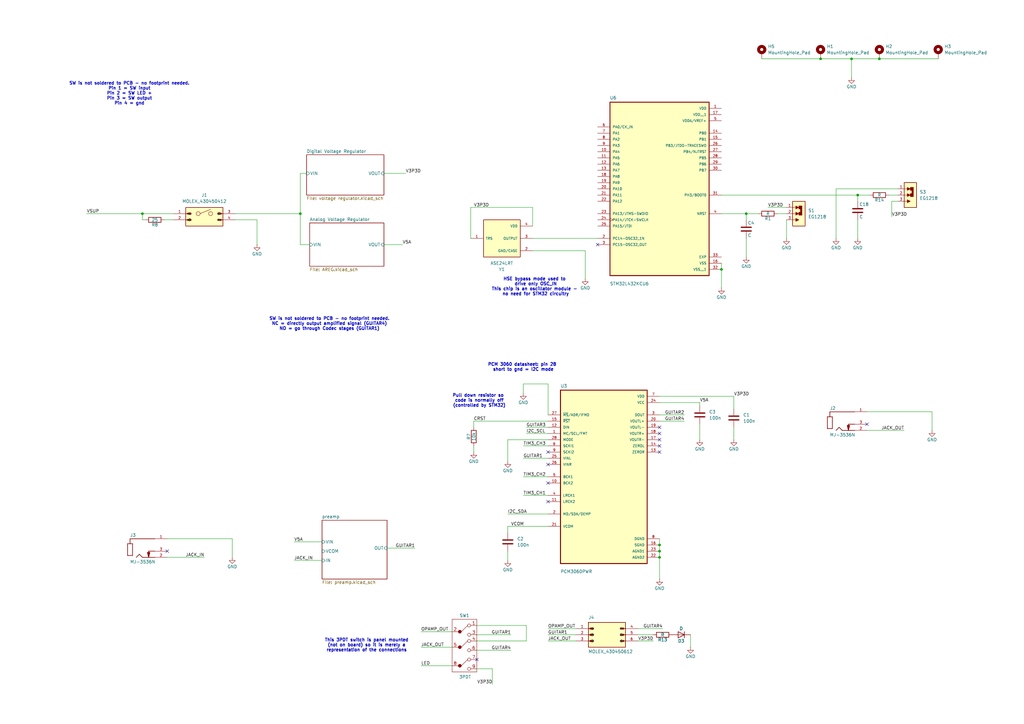
<source format=kicad_sch>
(kicad_sch (version 20250114) (generator "eeschema") (generator_version "9.0")
  (paper "A3")
  (lib_symbols
    (symbol "Device:C" (pin_numbers (hide yes)) (pin_names (offset 0.254))
      (property "Reference" "C" (at 0.635 2.54 0))
      (property "Value" "C" (at 0.635 -2.54 0))
      (symbol "C_0_1"
        (polyline (pts (xy -2.032 0.762) (xy 2.032 0.762)) (stroke (width 0.508)))
        (polyline (pts (xy -2.032 -0.762) (xy 2.032 -0.762)) (stroke (width 0.508)))
      )
      (symbol "C_1_1"
        (pin passive line (at 0 3.81 270) (length 2.794) (name "~") (number "1"))
        (pin passive line (at 0 -3.81 90) (length 2.794) (name "~") (number "2"))
      )
    )
    (symbol "Device:D" (pin_numbers (hide yes)) (pin_names (offset 1.016) (hide yes))
      (property "Reference" "D" (at 0 2.54 0))
      (property "Value" "D" (at 0 -2.54 0))
      (symbol "D_0_1"
        (polyline (pts (xy -1.27 1.27) (xy -1.27 -1.27)) (stroke (width 0.254)))
        (polyline (pts (xy 1.27 1.27) (xy 1.27 -1.27) (xy -1.27 0) (xy 1.27 1.27)) (stroke (width 0.254)))
        (polyline (pts (xy 1.27 0) (xy -1.27 0)))
      )
      (symbol "D_1_1"
        (pin passive line (at -3.81 0 0) (length 2.54) (name "K") (number "1"))
        (pin passive line (at 3.81 0 180) (length 2.54) (name "A") (number "2"))
      )
    )
    (symbol "Device:R" (pin_numbers (hide yes)) (pin_names (offset 0))
      (property "Reference" "R" (at 2.032 0 90))
      (property "Value" "R" (at 0 0 90))
      (symbol "R_0_1"
        (rectangle (start -1.016 -2.54) (end 1.016 2.54) (stroke (width 0.254)))
      )
      (symbol "R_1_1"
        (pin passive line (at 0 3.81 270) (length 1.27) (name "~") (number "1"))
        (pin passive line (at 0 -3.81 90) (length 1.27) (name "~") (number "2"))
      )
    )
    (symbol "Mechanical:MountingHole_Pad" (pin_numbers (hide yes)) (pin_names (offset 1.016) (hide yes)) (in_bom no)
      (property "Reference" "H" (at 0 6.35 0))
      (property "Value" "MountingHole_Pad" (at 0 4.445 0))
      (symbol "MountingHole_Pad_0_1"
        (circle (center 0 1.27) (radius 1.27) (stroke (width 1.27)))
      )
      (symbol "MountingHole_Pad_1_1"
        (pin input line (at 0 -2.54 90) (length 2.54) (name "1") (number "1"))
      )
    )
    (symbol "Project_Components:3PDT" (pin_names (hide yes))
      (property "Reference" "SW" (at 0 6.604 0))
      (property "Value" "3PDT" (at 0.254 -18.542 0))
      (symbol "3PDT_0_1"
        (rectangle (start -5.08 5.08) (end 5.08 -16.51))
        (polyline (pts (xy 1.27 2.54) (xy -1.27 0)))
        (polyline (pts (xy 1.27 -3.81) (xy -1.27 -6.35)))
        (polyline (pts (xy 1.27 -11.43) (xy -1.27 -13.97)))
      )
      (symbol "3PDT_1_1"
        (circle (center -1.905 0) (radius 0.635) (fill (type outline)))
        (circle (center -1.905 -6.35) (radius 0.635) (fill (type outline)))
        (circle (center -1.905 -13.97) (radius 0.635) (fill (type outline)))
        (circle (center 1.905 2.54) (radius 0.635))
        (circle (center 1.905 -1.27) (radius 0.635))
        (circle (center 1.905 -3.81) (radius 0.635))
        (circle (center 1.905 -7.62) (radius 0.635))
        (circle (center 1.905 -11.43) (radius 0.635))
        (circle (center 1.905 -15.24) (radius 0.635))
        (pin passive line (at -5.08 0 0) (length 2.54) (name "2") (number "2"))
        (pin passive line (at -5.08 -6.35 0) (length 2.54) (name "5") (number "5"))
        (pin passive line (at -5.08 -13.97 0) (length 2.54) (name "8") (number "8"))
        (pin passive line (at 5.08 2.54 180) (length 2.54) (name "1") (number "1"))
        (pin passive line (at 5.08 -1.27 180) (length 2.54) (name "3") (number "3"))
        (pin passive line (at 5.08 -3.81 180) (length 2.54) (name "4") (number "4"))
        (pin passive line (at 5.08 -7.62 180) (length 2.54) (name "6") (number "6"))
        (pin passive line (at 5.08 -11.43 180) (length 2.54) (name "7") (number "7"))
        (pin passive line (at 5.08 -15.24 180) (length 2.54) (name "9") (number "9"))
      )
    )
    (symbol "Project_Components:ASE24LRT" (pin_names (offset 1.016))
      (property "Reference" "Y" (at -14.224 10.16 0))
      (property "Value" "ASE24LRT" (at -14.224 -10.16 0))
      (symbol "ASE24LRT_0_0"
        (rectangle (start -7.366 7.62) (end 7.62 -7.62) (stroke (width 0.254)) (fill (type background)))
        (pin power_in line (at 12.7 5.08 180) (length 5.08) (name "VDD") (number "4"))
        (pin output line (at 12.7 0 180) (length 5.08) (name "OUTPUT") (number "3"))
        (pin power_in line (at 12.7 -5.08 180) (length 5.08) (name "GND/CASE") (number "2"))
      )
      (symbol "ASE24LRT_1_0"
        (pin passive line (at -12.7 0 0) (length 5.08) (name "TRS") (number "1"))
      )
    )
    (symbol "Project_Components:EG1218" (pin_names (offset 1.016))
      (property "Reference" "S" (at -5.08 5.842 0))
      (property "Value" "EG1218" (at -5.08 -7.62 0))
      (symbol "EG1218_0_0"
        (polyline (pts (xy -2.54 2.54) (xy -1.27 2.54)) (stroke (width 0.1524)))
        (polyline (pts (xy -2.54 0) (xy -1.27 0)) (stroke (width 0.1524)))
        (polyline (pts (xy -2.54 -2.54) (xy -1.27 -2.54)) (stroke (width 0.1524)))
        (rectangle (start -2.54 -5.08) (end 2.54 5.08) (stroke (width 0.254)) (fill (type background)))
        (polyline (pts (xy -1.27 3.175) (xy -1.27 1.905) (xy 0 2.54) (xy -1.27 3.175)) (stroke (width 0.1524)) (fill (type outline)))
        (polyline (pts (xy -1.27 0.635) (xy -1.27 -0.635) (xy 0 0) (xy -1.27 0.635)) (stroke (width 0.1524)) (fill (type outline)))
        (polyline (pts (xy -1.27 -1.905) (xy -1.27 -3.175) (xy 0 -2.54) (xy -1.27 -1.905)) (stroke (width 0.1524)) (fill (type outline)))
        (polyline (pts (xy 0 1.905) (xy 0 3.175) (xy 1.27 3.175) (xy 1.27 -0.635) (xy 0 -0.635) (xy 0 0.635) (xy 0.635 0.635) (xy 0.635 1.905) (xy 0 1.905)) (stroke (width 0.1524)) (fill (type outline)))
        (pin passive line (at -5.08 2.54 0) (length 2.54) (name "~") (number "1"))
        (pin passive line (at -5.08 0 0) (length 2.54) (name "~") (number "2"))
        (pin passive line (at -5.08 -2.54 0) (length 2.54) (name "~") (number "3"))
      )
    )
    (symbol "Project_Components:MJ-3536N" (pin_names (offset 1.016))
      (property "Reference" "J" (at -5.08 5.842 0))
      (property "Value" "MJ-3536N" (at -5.08 -5.08 0))
      (symbol "MJ-3536N_0_0"
        (polyline (pts (xy -6.096 3.048) (xy -6.096 -1.778)) (stroke (width 0.254)))
        (polyline (pts (xy -6.096 -1.778) (xy -4.064 -1.778)) (stroke (width 0.254)))
        (polyline (pts (xy -5.08 5.08) (xy 5.08 5.08)) (stroke (width 0.254)))
        (polyline (pts (xy -5.08 3.048) (xy -6.096 3.048)) (stroke (width 0.254)))
        (polyline (pts (xy -5.08 3.048) (xy -5.08 5.08)) (stroke (width 0.254)))
        (polyline (pts (xy -4.064 3.048) (xy -5.08 3.048)) (stroke (width 0.254)))
        (polyline (pts (xy -4.064 -1.778) (xy -4.064 3.048)) (stroke (width 0.254)))
        (polyline (pts (xy -2.54 -2.54) (xy -1.27 -1.27)) (stroke (width 0.254)))
        (polyline (pts (xy -1.27 -1.27) (xy 0 -2.54)) (stroke (width 0.254)))
        (polyline (pts (xy 0 -2.54) (xy 5.08 -2.54)) (stroke (width 0.254)))
        (polyline (pts (xy 2.54 0) (xy 2.54 -1.27)) (stroke (width 0.254)))
        (polyline (pts (xy 3.048 -0.508) (xy 2.032 -0.508) (xy 2.54 -2.54) (xy 3.048 -0.508)) (stroke (width 0.254)) (fill (type outline)))
        (polyline (pts (xy 5.08 0) (xy 2.54 0)) (stroke (width 0.254)))
        (pin passive line (at 10.16 5.08 180) (length 5.08) (name "~") (number "1"))
        (pin passive line (at 10.16 0 180) (length 5.08) (name "~") (number "3"))
        (pin passive line (at 10.16 -2.54 180) (length 5.08) (name "~") (number "2"))
      )
    )
    (symbol "Project_Components:MOLEX_430450412" (pin_names (offset 1.016))
      (property "Reference" "J1" (at 0 10.16 0))
      (property "Value" "MOLEX_430450412" (at 0 7.62 0))
      (symbol "MOLEX_430450412_0_0"
        (polyline (pts (xy -7.62 2.54) (xy -5.715 2.54)) (stroke (width 0.254)))
        (polyline (pts (xy -7.62 0) (xy -5.715 0)) (stroke (width 0.254)))
        (rectangle (start -7.62 -2.54) (end 7.62 5.08) (stroke (width 0.254)) (fill (type background)))
        (rectangle (start -6.985 2.2225) (end -5.3975 2.8575) (stroke (width 0.1)) (fill (type outline)))
        (rectangle (start -6.985 -0.3175) (end -5.3975 0.3175) (stroke (width 0.1)) (fill (type outline)))
        (rectangle (start 5.3975 2.2225) (end 6.985 2.8575) (stroke (width 0.1)) (fill (type outline)))
        (rectangle (start 5.3975 -0.3175) (end 6.985 0.3175) (stroke (width 0.1)) (fill (type outline)))
        (polyline (pts (xy 7.62 2.54) (xy 5.715 2.54)) (stroke (width 0.254)))
        (polyline (pts (xy 7.62 0) (xy 5.715 0)) (stroke (width 0.254)))
        (pin passive line (at -12.7 2.54 0) (length 5.08) (name "1") (number "1"))
        (pin passive line (at -12.7 0 0) (length 5.08) (name "2") (number "2"))
        (pin passive line (at 12.7 2.54 180) (length 5.08) (name "3") (number "3"))
        (pin passive line (at 12.7 0 180) (length 5.08) (name "4") (number "4"))
      )
      (symbol "MOLEX_430450412_0_1"
        (circle (center -2.54 2.54) (radius 0.8032))
        (polyline (pts (xy -1.778 2.54) (xy 2.54 4.318)))
        (circle (center 2.54 2.54) (radius 0.8032))
      )
    )
    (symbol "Project_Components:MOLEX_430450612" (pin_names (offset 1.016))
      (property "Reference" "J" (at -7.62 6.35 0))
      (property "Value" "MOLEX_430450612" (at -7.62 -7.62 0))
      (symbol "MOLEX_430450612_0_0"
        (polyline (pts (xy -7.62 2.54) (xy -5.715 2.54)) (stroke (width 0.254)))
        (polyline (pts (xy -7.62 0) (xy -5.715 0)) (stroke (width 0.254)))
        (polyline (pts (xy -7.62 -2.54) (xy -5.715 -2.54)) (stroke (width 0.254)))
        (rectangle (start -7.62 -5.08) (end 7.62 5.08) (stroke (width 0.254)) (fill (type background)))
        (rectangle (start -6.985 2.2225) (end -5.3975 2.8575) (stroke (width 0.1)) (fill (type outline)))
        (rectangle (start -6.985 -0.3175) (end -5.3975 0.3175) (stroke (width 0.1)) (fill (type outline)))
        (rectangle (start -6.985 -2.8575) (end -5.3975 -2.2225) (stroke (width 0.1)) (fill (type outline)))
        (rectangle (start 5.3975 2.2225) (end 6.985 2.8575) (stroke (width 0.1)) (fill (type outline)))
        (rectangle (start 5.3975 -0.3175) (end 6.985 0.3175) (stroke (width 0.1)) (fill (type outline)))
        (rectangle (start 5.3975 -2.8575) (end 6.985 -2.2225) (stroke (width 0.1)) (fill (type outline)))
        (polyline (pts (xy 7.62 2.54) (xy 5.715 2.54)) (stroke (width 0.254)))
        (polyline (pts (xy 7.62 0) (xy 5.715 0)) (stroke (width 0.254)))
        (polyline (pts (xy 7.62 -2.54) (xy 5.715 -2.54)) (stroke (width 0.254)))
        (pin passive line (at -12.7 2.54 0) (length 5.08) (name "1") (number "1"))
        (pin passive line (at -12.7 0 0) (length 5.08) (name "2") (number "2"))
        (pin passive line (at -12.7 -2.54 0) (length 5.08) (name "3") (number "3"))
        (pin passive line (at 12.7 2.54 180) (length 5.08) (name "4") (number "4"))
        (pin passive line (at 12.7 0 180) (length 5.08) (name "5") (number "5"))
        (pin passive line (at 12.7 -2.54 180) (length 5.08) (name "6") (number "6"))
      )
    )
    (symbol "Project_Components:PCM3060PWR" (pin_names (offset 1.016))
      (property "Reference" "U" (at -17.78 36.56 0))
      (property "Value" "PCM3060PWR" (at -17.78 -39.56 0))
      (symbol "PCM3060PWR_0_0"
        (rectangle (start -17.78 -35.56) (end 17.78 35.56) (stroke (width 0.41)) (fill (type background)))
        (pin input line (at -22.86 25.4 0) (length 5.08) (name "~{MS}/ADR/IFMD") (number "27"))
        (pin input line (at -22.86 22.86 0) (length 5.08) (name "~{RST}") (number "15"))
        (pin input line (at -22.86 20.32 0) (length 5.08) (name "DIN") (number "12"))
        (pin input line (at -22.86 17.78 0) (length 5.08) (name "MC/SCL/FMT") (number "1"))
        (pin input line (at -22.86 15.24 0) (length 5.08) (name "MODE") (number "28"))
        (pin input line (at -22.86 12.7 0) (length 5.08) (name "SCKI1") (number "6"))
        (pin input line (at -22.86 10.16 0) (length 5.08) (name "SCKI2") (number "9"))
        (pin input line (at -22.86 7.62 0) (length 5.08) (name "VINL") (number "25"))
        (pin input line (at -22.86 5.08 0) (length 5.08) (name "VINR") (number "26"))
        (pin bidirectional line (at -22.86 0 0) (length 5.08) (name "BCK1") (number "5"))
        (pin bidirectional line (at -22.86 -2.54 0) (length 5.08) (name "BCK2") (number "10"))
        (pin bidirectional line (at -22.86 -7.62 0) (length 5.08) (name "LRCK1") (number "4"))
        (pin bidirectional line (at -22.86 -10.16 0) (length 5.08) (name "LRCK2") (number "11"))
        (pin bidirectional line (at -22.86 -15.24 0) (length 5.08) (name "MD/SDA/DEMP") (number "2"))
        (pin bidirectional line (at -22.86 -20.32 0) (length 5.08) (name "VCOM") (number "21"))
        (pin power_in line (at 22.86 33.02 180) (length 5.08) (name "VDD") (number "7"))
        (pin power_in line (at 22.86 30.48 180) (length 5.08) (name "VCC") (number "24"))
        (pin output line (at 22.86 25.4 180) (length 5.08) (name "DOUT") (number "3"))
        (pin output line (at 22.86 22.86 180) (length 5.08) (name "VOUTL+") (number "20"))
        (pin output line (at 22.86 20.32 180) (length 5.08) (name "VOUTL-") (number "19"))
        (pin output line (at 22.86 17.78 180) (length 5.08) (name "VOUTR+") (number "18"))
        (pin output line (at 22.86 15.24 180) (length 5.08) (name "VOUTR-") (number "17"))
        (pin output line (at 22.86 12.7 180) (length 5.08) (name "ZEROL") (number "14"))
        (pin output line (at 22.86 10.16 180) (length 5.08) (name "ZEROR") (number "13"))
        (pin power_in line (at 22.86 -25.4 180) (length 5.08) (name "DGND") (number "8"))
        (pin power_in line (at 22.86 -27.94 180) (length 5.08) (name "SGND") (number "16"))
        (pin power_in line (at 22.86 -30.48 180) (length 5.08) (name "AGND1") (number "23"))
        (pin power_in line (at 22.86 -33.02 180) (length 5.08) (name "AGND2") (number "22"))
      )
    )
    (symbol "Project_Components:STM32L432KCU6" (pin_names (offset 1.016))
      (property "Reference" "U" (at -20.3887 36.637 0))
      (property "Value" "STM32L432KCU6" (at -20.3672 -39.615 0))
      (symbol "STM32L432KCU6_0_0"
        (rectangle (start -20.32 -35.56) (end 20.32 35.56) (stroke (width 0.41)) (fill (type background)))
        (pin bidirectional line (at -25.4 25.4 0) (length 5.08) (name "PA0/CK_IN") (number "6"))
        (pin bidirectional line (at -25.4 22.86 0) (length 5.08) (name "PA1") (number "7"))
        (pin bidirectional line (at -25.4 20.32 0) (length 5.08) (name "PA2") (number "8"))
        (pin bidirectional line (at -25.4 17.78 0) (length 5.08) (name "PA3") (number "9"))
        (pin bidirectional line (at -25.4 15.24 0) (length 5.08) (name "PA4") (number "10"))
        (pin bidirectional line (at -25.4 12.7 0) (length 5.08) (name "PA5") (number "11"))
        (pin bidirectional line (at -25.4 10.16 0) (length 5.08) (name "PA6") (number "12"))
        (pin bidirectional line (at -25.4 7.62 0) (length 5.08) (name "PA7") (number "13"))
        (pin bidirectional line (at -25.4 5.08 0) (length 5.08) (name "PA8") (number "18"))
        (pin bidirectional line (at -25.4 2.54 0) (length 5.08) (name "PA9") (number "19"))
        (pin bidirectional line (at -25.4 0 0) (length 5.08) (name "PA10") (number "20"))
        (pin bidirectional line (at -25.4 -2.54 0) (length 5.08) (name "PA11") (number "21"))
        (pin bidirectional line (at -25.4 -5.08 0) (length 5.08) (name "PA12") (number "22"))
        (pin bidirectional line (at -25.4 -10.16 0) (length 5.08) (name "PA13/JTMS-SWDIO") (number "23"))
        (pin bidirectional clock (at -25.4 -12.7 0) (length 5.08) (name "PA14/JTCK-SWCLK") (number "24"))
        (pin bidirectional line (at -25.4 -15.24 0) (length 5.08) (name "PA15/JTDI") (number "25"))
        (pin bidirectional line (at -25.4 -20.32 0) (length 5.08) (name "PC14-OSC32_1N") (number "2"))
        (pin bidirectional line (at -25.4 -22.86 0) (length 5.08) (name "PC15-OSC32_OUT") (number "3"))
        (pin power_in line (at 25.4 33.02 180) (length 5.08) (name "VDD") (number "1"))
        (pin power_in line (at 25.4 30.48 180) (length 5.08) (name "VDD__1") (number "17"))
        (pin power_in line (at 25.4 27.94 180) (length 5.08) (name "VDDA/VREF+") (number "5"))
        (pin bidirectional line (at 25.4 22.86 180) (length 5.08) (name "PB0") (number "14"))
        (pin bidirectional line (at 25.4 20.32 180) (length 5.08) (name "PB1") (number "15"))
        (pin bidirectional line (at 25.4 17.78 180) (length 5.08) (name "PB3/JTDO-TRACESWO") (number "26"))
        (pin bidirectional line (at 25.4 15.24 180) (length 5.08) (name "PB4/NJTRST") (number "27"))
        (pin bidirectional line (at 25.4 12.7 180) (length 5.08) (name "PB5") (number "28"))
        (pin bidirectional line (at 25.4 10.16 180) (length 5.08) (name "PB6") (number "29"))
        (pin bidirectional line (at 25.4 7.62 180) (length 5.08) (name "PB7") (number "30"))
        (pin bidirectional line (at 25.4 -2.54 180) (length 5.08) (name "PH3/BOOT0") (number "31"))
        (pin bidirectional line (at 25.4 -10.16 180) (length 5.08) (name "NRST") (number "4"))
        (pin power_in line (at 25.4 -27.94 180) (length 5.08) (name "EXP") (number "33"))
        (pin power_in line (at 25.4 -30.48 180) (length 5.08) (name "VSS") (number "16"))
        (pin power_in line (at 25.4 -33.02 180) (length 5.08) (name "VSS__1") (number "32"))
      )
    )
    (symbol "power:GND" (power) (pin_numbers (hide yes)) (pin_names (offset 0) (hide yes))
      (property "Value" "GND" (at 0 -3.81 0))
      (symbol "GND_0_1"
        (polyline (pts (xy 0 0) (xy 0 -1.27) (xy 1.27 -1.27) (xy 0 -2.54) (xy -1.27 -1.27) (xy 0 -1.27)))
      )
      (symbol "GND_1_1"
        (pin power_in line (at 0 0 270) (length 0) (name "~") (number "1"))
      )
    )
  )
  (text "Pull down resistor so \ncode is normally off\n(controlled by STM32)" (at 196.596 164.338 0) (effects (font (size 1.27 1.27) (thickness 0.254) (bold yes))))
  (text "SW is not soldered to PCB - no footprint needed.\nNC = directly output amplified signal (GUITAR4)\nNO = go through Codec stages (GUITAR1)\n\n" (at 135.128 133.858 0) (effects (font (size 1.27 1.27) (thickness 0.254) (bold yes))))
  (text "HSE bypass mode used to \ndrive only OSC_IN\nThis chip is an oscillator module - \nno need for STM32 circuitry\n" (at 219.71 117.602 0) (effects (font (size 1.27 1.27) (thickness 0.254) (bold yes))))
  (text "SW is not soldered to PCB - no footprint needed.\nPin 1 = SW input\nPin 2 = SW LED +\nPin 3 = SW output\nPin 4 = gnd\n" (at 53.086 38.354 0) (effects (font (size 1.27 1.27) (thickness 0.254) (bold yes))))
  (text "This 3PDT switch is panel mounted\n(not on board) so it is merely a\nrepresentation of the connections" (at 150.368 264.668 0) (effects (font (size 1.27 1.27) (thickness 0.254) (bold yes))))
  (text "PCM 3060 datasheet: pin 28 \nshort to gnd = I2C mode" (at 214.63 150.622 0) (effects (font (size 1.27 1.27) (thickness 0.254) (bold yes))))
  (junction (at 351.79 80.01))
  (junction (at 295.91 110.49))
  (junction (at 58.42 87.63))
  (junction (at 306.07 87.63))
  (junction (at 270.51 228.6))
  (junction (at 360.68 24.13))
  (junction (at 270.51 223.52))
  (junction (at 270.51 226.06))
  (junction (at 336.55 24.13))
  (junction (at 349.25 24.13))
  (junction (at 123.19 87.63))
  (no_connect (at 270.51 182.88))
  (no_connect (at 224.79 190.5))
  (no_connect (at 224.79 205.74))
  (no_connect (at 224.79 198.12))
  (no_connect (at 224.79 185.42))
  (no_connect (at 195.58 270.51))
  (no_connect (at 68.58 226.06))
  (no_connect (at 270.51 177.8))
  (no_connect (at 270.51 180.34))
  (no_connect (at 355.6 173.99))
  (no_connect (at 270.51 185.42))
  (no_connect (at 245.11 100.33))
  (no_connect (at 270.51 175.26))
  (wire (pts (xy 355.6 168.91) (xy 382.27 168.91)))
  (wire (pts (xy 208.28 210.82) (xy 224.79 210.82)))
  (wire (pts (xy 295.91 87.63) (xy 306.07 87.63)))
  (wire (pts (xy 123.19 87.63) (xy 96.52 87.63)))
  (wire (pts (xy 218.44 85.09) (xy 193.04 85.09)))
  (wire (pts (xy 382.27 168.91) (xy 382.27 176.53)))
  (wire (pts (xy 349.25 24.13) (xy 349.25 31.75)))
  (wire (pts (xy 270.51 170.18) (xy 280.67 170.18)))
  (wire (pts (xy 283.21 260.35) (xy 283.21 265.43)))
  (wire (pts (xy 349.25 24.13) (xy 360.68 24.13)))
  (wire (pts (xy 201.93 274.32) (xy 201.93 280.67)))
  (wire (pts (xy 123.19 71.12) (xy 125.73 71.12)))
  (wire (pts (xy 214.63 157.48) (xy 224.79 157.48)))
  (wire (pts (xy 214.63 182.88) (xy 224.79 182.88)))
  (wire (pts (xy 120.65 229.87) (xy 132.08 229.87)))
  (wire (pts (xy 306.07 90.17) (xy 306.07 87.63)))
  (wire (pts (xy 261.62 262.89) (xy 267.97 262.89)))
  (wire (pts (xy 218.44 97.79) (xy 245.11 97.79)))
  (wire (pts (xy 270.51 165.1) (xy 287.02 165.1)))
  (wire (pts (xy 351.79 80.01) (xy 356.87 80.01)))
  (wire (pts (xy 270.51 226.06) (xy 270.51 228.6)))
  (wire (pts (xy 105.41 90.17) (xy 105.41 100.33)))
  (wire (pts (xy 218.44 85.09) (xy 218.44 92.71)))
  (wire (pts (xy 224.79 262.89) (xy 236.22 262.89)))
  (wire (pts (xy 194.31 172.72) (xy 194.31 175.26)))
  (wire (pts (xy 342.9 77.47) (xy 342.9 97.79)))
  (wire (pts (xy 96.52 90.17) (xy 105.41 90.17)))
  (wire (pts (xy 224.79 257.81) (xy 236.22 257.81)))
  (wire (pts (xy 300.99 167.64) (xy 300.99 162.56)))
  (wire (pts (xy 295.91 110.49) (xy 295.91 118.11)))
  (wire (pts (xy 214.63 157.48) (xy 214.63 161.29)))
  (wire (pts (xy 120.65 222.25) (xy 132.08 222.25)))
  (wire (pts (xy 270.51 228.6) (xy 270.51 237.49)))
  (wire (pts (xy 295.91 80.01) (xy 351.79 80.01)))
  (wire (pts (xy 224.79 260.35) (xy 236.22 260.35)))
  (wire (pts (xy 360.68 24.13) (xy 384.81 24.13)))
  (wire (pts (xy 215.9 177.8) (xy 224.79 177.8)))
  (wire (pts (xy 208.28 218.44) (xy 208.28 215.9)))
  (wire (pts (xy 123.19 71.12) (xy 123.19 87.63)))
  (wire (pts (xy 240.03 102.87) (xy 240.03 114.3)))
  (wire (pts (xy 193.04 85.09) (xy 193.04 97.79)))
  (wire (pts (xy 214.63 187.96) (xy 224.79 187.96)))
  (wire (pts (xy 365.76 82.55) (xy 365.76 88.9)))
  (wire (pts (xy 295.91 107.95) (xy 295.91 110.49)))
  (wire (pts (xy 306.07 97.79) (xy 306.07 105.41)))
  (wire (pts (xy 368.3 77.47) (xy 342.9 77.47)))
  (wire (pts (xy 172.72 273.05) (xy 185.42 273.05)))
  (wire (pts (xy 368.3 82.55) (xy 365.76 82.55)))
  (wire (pts (xy 214.63 195.58) (xy 224.79 195.58)))
  (wire (pts (xy 123.19 100.33) (xy 127 100.33)))
  (wire (pts (xy 215.9 262.89) (xy 215.9 256.54)))
  (wire (pts (xy 194.31 182.88) (xy 194.31 185.42)))
  (wire (pts (xy 224.79 170.18) (xy 224.79 157.48)))
  (wire (pts (xy 172.72 265.43) (xy 185.42 265.43)))
  (wire (pts (xy 270.51 220.98) (xy 270.51 223.52)))
  (wire (pts (xy 58.42 87.63) (xy 71.12 87.63)))
  (wire (pts (xy 58.42 90.17) (xy 58.42 87.63)))
  (wire (pts (xy 364.49 80.01) (xy 368.3 80.01)))
  (wire (pts (xy 195.58 266.7) (xy 209.55 266.7)))
  (wire (pts (xy 157.48 71.12) (xy 166.37 71.12)))
  (wire (pts (xy 59.69 90.17) (xy 58.42 90.17)))
  (wire (pts (xy 195.58 260.35) (xy 209.55 260.35)))
  (wire (pts (xy 336.55 24.13) (xy 349.25 24.13)))
  (wire (pts (xy 123.19 87.63) (xy 123.19 100.33)))
  (wire (pts (xy 351.79 82.55) (xy 351.79 80.01)))
  (wire (pts (xy 306.07 87.63) (xy 311.15 87.63)))
  (wire (pts (xy 218.44 102.87) (xy 240.03 102.87)))
  (wire (pts (xy 287.02 173.99) (xy 287.02 180.34)))
  (wire (pts (xy 157.48 100.33) (xy 165.1 100.33)))
  (wire (pts (xy 312.42 24.13) (xy 336.55 24.13)))
  (wire (pts (xy 355.6 176.53) (xy 370.84 176.53)))
  (wire (pts (xy 224.79 172.72) (xy 194.31 172.72)))
  (wire (pts (xy 158.75 224.79) (xy 170.18 224.79)))
  (wire (pts (xy 195.58 274.32) (xy 201.93 274.32)))
  (wire (pts (xy 351.79 90.17) (xy 351.79 97.79)))
  (wire (pts (xy 208.28 215.9) (xy 224.79 215.9)))
  (wire (pts (xy 172.72 259.08) (xy 185.42 259.08)))
  (wire (pts (xy 270.51 223.52) (xy 270.51 226.06)))
  (wire (pts (xy 95.25 220.98) (xy 95.25 228.6)))
  (wire (pts (xy 270.51 172.72) (xy 280.67 172.72)))
  (wire (pts (xy 208.28 226.06) (xy 208.28 229.87)))
  (wire (pts (xy 287.02 165.1) (xy 287.02 166.37)))
  (wire (pts (xy 318.77 87.63) (xy 322.58 87.63)))
  (wire (pts (xy 314.96 85.09) (xy 322.58 85.09)))
  (wire (pts (xy 195.58 256.54) (xy 215.9 256.54)))
  (wire (pts (xy 35.56 87.63) (xy 58.42 87.63)))
  (wire (pts (xy 195.58 262.89) (xy 215.9 262.89)))
  (wire (pts (xy 68.58 228.6) (xy 83.82 228.6)))
  (wire (pts (xy 208.28 180.34) (xy 208.28 189.23)))
  (wire (pts (xy 214.63 203.2) (xy 224.79 203.2)))
  (wire (pts (xy 322.58 90.17) (xy 322.58 97.79)))
  (wire (pts (xy 270.51 162.56) (xy 300.99 162.56)))
  (wire (pts (xy 261.62 257.81) (xy 271.78 257.81)))
  (wire (pts (xy 261.62 260.35) (xy 267.97 260.35)))
  (wire (pts (xy 215.9 175.26) (xy 224.79 175.26)))
  (wire (pts (xy 68.58 220.98) (xy 95.25 220.98)))
  (wire (pts (xy 300.99 175.26) (xy 300.99 180.34)))
  (wire (pts (xy 67.31 90.17) (xy 71.12 90.17)))
  (wire (pts (xy 224.79 180.34) (xy 208.28 180.34)))
  (label "GUITAR1" (at 224.79 260.35 0))
  (label "TIM3_CH3" (at 214.63 182.88 0))
  (label "TIM3_CH1" (at 214.63 203.2 0))
  (label "V5A" (at 287.02 165.1 0))
  (label "VSUP" (at 35.56 87.63 0))
  (label "V5A" (at 120.65 222.25 0))
  (label "CRST" (at 194.31 172.72 0))
  (label "GUITAR4" (at 209.55 266.7 180))
  (label "GUITAR1" (at 209.55 260.35 180))
  (label "I2C_SDA" (at 208.28 210.82 0))
  (label "GUITAR1" (at 170.18 224.79 180))
  (label "GUITAR4" (at 271.78 257.81 180))
  (label "V5A" (at 165.1 100.33 0))
  (label "V3P3D" (at 314.96 85.09 0))
  (label "V3P3D" (at 194.31 85.09 0))
  (label "V3P3D" (at 267.97 262.89 180))
  (label "GUITAR3" (at 215.9 175.26 0))
  (label "JACK_IN" (at 120.65 229.87 0))
  (label "V3P3D" (at 166.37 71.12 0))
  (label "JACK_OUT" (at 370.84 176.53 180))
  (label "LED" (at 172.72 273.05 0))
  (label "OPAMP_OUT" (at 224.79 257.81 0))
  (label "GUITAR4" (at 280.67 172.72 180))
  (label "OPAMP_OUT" (at 172.72 259.08 0))
  (label "V3P3D" (at 365.76 88.9 0))
  (label "I2C_SCL" (at 215.9 177.8 0))
  (label "V3P3D" (at 201.93 280.67 180))
  (label "JACK_OUT" (at 172.72 265.43 0))
  (label "GUITAR1" (at 214.63 187.96 0))
  (label "GUITAR2" (at 280.67 170.18 180))
  (label "JACK_IN" (at 83.82 228.6 180))
  (label "V3P3D" (at 300.99 162.56 0))
  (label "JACK_OUT" (at 224.79 262.89 0))
  (label "TIM3_CH2" (at 214.63 195.58 0))
  (label "VCOM" (at 209.55 215.9 0))
  (symbol (lib_id "Device:R") (at 314.96 87.63 270) (unit 1)
    (property "Reference" "R1" (at 314.96 89.662 90))
    (property "Value" "R" (at 314.96 87.63 90))
    (property "Description" "Resistor" (effects (hide yes)))
  )
  (symbol (lib_id "Project_Components:PCM3060PWR") (at 247.65 195.58 0) (unit 1)
    (property "Reference" "U3" (at 229.87 159.02 0) (effects (justify left bottom)))
    (property "Value" "PCM3060PWR" (at 229.87 235.14 0) (effects (justify left bottom)))
    (property "Footprint" "Project_Components:PCM3060PWR" (effects (hide yes)))
    (property "Datasheet" "https://www.ti.com/lit/ds/symlink/pcm3060.pdf?" (effects (hide yes)))
  )
  (symbol (lib_id "Device:R") (at 194.31 179.07 180) (unit 1)
    (property "Reference" "R7" (at 192.278 179.07 90))
    (property "Value" "10k" (at 194.31 179.07 90))
    (property "Footprint" "Resistor_SMD:R_0603_1608Metric_Pad0.98x0.95mm_HandSolder" (effects (hide yes)))
    (property "Description" "Resistor" (effects (hide yes)))
  )
  (symbol (lib_id "power:GND") (at 214.63 161.29 0) (unit 1)
    (property "Reference" "#PWR05" (effects (hide yes)))
    (property "Value" "GND" (at 214.63 165.1 0))
    (property "Description" "Power symbol creates a global label with name \"GND\" , ground" (effects (hide yes)))
  )
  (symbol (lib_id "power:GND") (at 208.28 189.23 0) (unit 1)
    (property "Reference" "#PWR04" (effects (hide yes)))
    (property "Value" "GND" (at 208.28 193.04 0))
    (property "Description" "Power symbol creates a global label with name \"GND\" , ground" (effects (hide yes)))
  )
  (symbol (lib_id "power:GND") (at 349.25 31.75 0) (unit 1)
    (property "Reference" "#PWR019" (effects (hide yes)))
    (property "Value" "GND" (at 349.25 35.56 0))
    (property "Description" "Power symbol creates a global label with name \"GND\" , ground" (effects (hide yes)))
  )
  (symbol (lib_id "Project_Components:ASE24LRT") (at 205.74 97.79 0) (unit 1)
    (property "Reference" "Y1" (at 205.8035 110.49 0))
    (property "Value" "ASE24LRT" (at 205.8035 107.95 0))
    (property "Footprint" "Project_Components:ASE24LRT" (effects (hide yes)))
    (property "PARTREV" "02-18-22" (effects (hide yes)))
    (property "STANDARD" "Manufacturer Recommendations" (effects (hide yes)))
    (property "SNAPEDA_PN" "ASE-24.000MHZ-LR-T" (effects (hide yes)))
    (property "MAXIMUM_PACKAGE_HEIGHT" "1.2 mm" (effects (hide yes)))
    (property "MANUFACTURER" "Abracon" (effects (hide yes)))
  )
  (symbol (lib_id "power:GND") (at 208.28 229.87 0) (unit 1)
    (property "Reference" "#PWR018" (effects (hide yes)))
    (property "Value" "GND" (at 208.28 233.68 0))
    (property "Description" "Power symbol creates a global label with name \"GND\" , ground" (effects (hide yes)))
  )
  (symbol (lib_id "Device:C") (at 351.79 86.36 0) (unit 1)
    (property "Reference" "C18" (at 352.425 83.82 0) (effects (justify left)))
    (property "Value" "C" (at 352.425 88.9 0) (effects (justify left)))
    (property "Description" "Unpolarized capacitor" (effects (hide yes)))
  )
  (symbol (lib_id "Mechanical:MountingHole_Pad") (at 336.55 21.59 0) (unit 1) (in_bom no)
    (property "Reference" "H1" (at 339.09 19.0499 0) (effects (justify left)))
    (property "Value" "MountingHole_Pad" (at 339.09 21.5899 0) (effects (justify left)))
    (property "Footprint" "MountingHole:MountingHole_3.2mm_M3_Pad_Via" (effects (hide yes)))
    (property "Description" "Mounting Hole with connection" (effects (hide yes)))
  )
  (symbol (lib_id "Device:D") (at 279.4 260.35 180) (unit 1)
    (property "Reference" "D3" (at 279.4 262.89 0))
    (property "Value" "D" (at 279.4 257.81 0))
    (property "Description" "Diode" (effects (hide yes)))
    (property "Sim.Device" "D" (effects (hide yes)))
    (property "Sim.Pins" "1=K 2=A" (effects (hide yes)))
  )
  (symbol (lib_id "Project_Components:EG1218") (at 327.66 87.63 0) (unit 1)
    (property "Reference" "S1" (at 331.47 86.3599 0) (effects (justify left)))
    (property "Value" "EG1218" (at 331.47 88.8999 0) (effects (justify left)))
    (property "Footprint" "Project_Components:EG1218" (effects (hide yes)))
    (property "Description" "Slide Switch SPDT Through Hole" (effects (hide yes)))
    (property "MF" "E-Switch" (effects (hide yes)))
    (property "PACKAGE" "None" (effects (hide yes)))
    (property "PRICE" "None" (effects (hide yes)))
    (property "MP" "EG1218" (effects (hide yes)))
    (property "AVAILABILITY" "In Stock" (effects (hide yes)))
    (property "PURCHASE-URL" "https://pricing.snapeda.com/search/part/EG1218/?ref=eda" (effects (hide yes)))
  )
  (symbol (lib_id "Mechanical:MountingHole_Pad") (at 384.81 21.59 0) (unit 1) (in_bom no)
    (property "Reference" "H3" (at 387.35 19.0499 0) (effects (justify left)))
    (property "Value" "MountingHole_Pad" (at 387.35 21.5899 0) (effects (justify left)))
    (property "Footprint" "MountingHole:MountingHole_3.2mm_M3_Pad_Via" (effects (hide yes)))
    (property "Description" "Mounting Hole with connection" (effects (hide yes)))
  )
  (symbol (lib_id "Device:C") (at 306.07 93.98 0) (unit 1)
    (property "Reference" "C4" (at 306.705 91.44 0) (effects (justify left)))
    (property "Value" "C" (at 306.705 96.52 0) (effects (justify left)))
    (property "Description" "Unpolarized capacitor" (effects (hide yes)))
  )
  (symbol (lib_id "Device:C") (at 300.99 171.45 0) (unit 1)
    (property "Reference" "C1" (at 304.8 170.1799 0) (effects (justify left)))
    (property "Value" "100n" (at 304.8 172.7199 0) (effects (justify left)))
    (property "Footprint" "Capacitor_SMD:C_0201_0603Metric_Pad0.64x0.40mm_HandSolder" (effects (hide yes)))
    (property "Description" "Unpolarized capacitor" (effects (hide yes)))
  )
  (symbol (lib_id "power:GND") (at 306.07 105.41 0) (unit 1)
    (property "Reference" "#PWR021" (effects (hide yes)))
    (property "Value" "GND" (at 306.07 109.22 0))
    (property "Description" "Power symbol creates a global label with name \"GND\" , ground" (effects (hide yes)))
  )
  (symbol (lib_id "Device:C") (at 208.28 222.25 0) (unit 1)
    (property "Reference" "C2" (at 212.09 220.9799 0) (effects (justify left)))
    (property "Value" "100n" (at 212.09 223.5199 0) (effects (justify left)))
    (property "Footprint" "Capacitor_SMD:C_0201_0603Metric_Pad0.64x0.40mm_HandSolder" (effects (hide yes)))
    (property "Description" "Unpolarized capacitor" (effects (hide yes)))
  )
  (symbol (lib_id "power:GND") (at 95.25 228.6 0) (unit 1)
    (property "Reference" "#PWR025" (effects (hide yes)))
    (property "Value" "GND" (at 95.25 232.41 0))
    (property "Description" "Power symbol creates a global label with name \"GND\" , ground" (effects (hide yes)))
  )
  (symbol (lib_id "power:GND") (at 105.41 100.33 0) (unit 1)
    (property "Reference" "#PWR010" (effects (hide yes)))
    (property "Value" "GND" (at 105.41 104.14 0))
    (property "Description" "Power symbol creates a global label with name \"GND\" , ground" (effects (hide yes)))
  )
  (symbol (lib_id "Mechanical:MountingHole_Pad") (at 360.68 21.59 0) (unit 1) (in_bom no)
    (property "Reference" "H2" (at 363.22 19.0499 0) (effects (justify left)))
    (property "Value" "MountingHole_Pad" (at 363.22 21.5899 0) (effects (justify left)))
    (property "Footprint" "MountingHole:MountingHole_3.2mm_M3_Pad_Via" (effects (hide yes)))
    (property "Description" "Mounting Hole with connection" (effects (hide yes)))
  )
  (symbol (lib_id "power:GND") (at 194.31 185.42 0) (unit 1)
    (property "Reference" "#PWR09" (effects (hide yes)))
    (property "Value" "GND" (at 194.31 189.23 0))
    (property "Description" "Power symbol creates a global label with name \"GND\" , ground" (effects (hide yes)))
  )
  (symbol (lib_id "Project_Components:STM32L432KCU6") (at 270.51 77.47 0) (unit 1)
    (property "Reference" "U6" (at 250.1213 40.833 0) (effects (justify left bottom)))
    (property "Value" "STM32L432KCU6" (at 250.1428 117.085 0) (effects (justify left bottom)))
    (property "Footprint" "Project_Components:STM32L432KCU6" (effects (hide yes)))
    (property "Description" "MCU 32-bit STM32L ARM Cortex M4 RISC 256KB Flash 2.5V/3.3V 32-Pin UFQFPN EP Tray" (effects (hide yes)))
    (property "MF" "STMicroelectronics" (effects (hide yes)))
    (property "PACKAGE" "UFQFN-32 STMicroelectronics" (effects (hide yes)))
    (property "PRICE" "3.87 USD" (effects (hide yes)))
    (property "STANDARD" "IPC-7351B" (effects (hide yes)))
    (property "PARTREV" "3" (effects (hide yes)))
    (property "MP" "STM32L432KCU6" (effects (hide yes)))
    (property "AVAILABILITY" "Good" (effects (hide yes)))
    (property "SNAPEDA_PACKAGE_ID" "19121" (effects (hide yes)))
  )
  (symbol (lib_id "Project_Components:MOLEX_430450612") (at 248.92 260.35 0) (unit 1)
    (property "Reference" "J4" (at 241.3 254 0) (effects (justify left bottom)))
    (property "Value" "MOLEX_430450612" (at 241.3 267.97 0) (effects (justify left bottom)))
    (property "Footprint" "Project_Components:MOLEX_430450612" (effects (hide yes)))
    (property "PARTREV" "G1" (effects (hide yes)))
    (property "STANDARD" "Manufacturer Recommendations" (effects (hide yes)))
    (property "MAXIMUM_PACKAGE_HEIGHT" "9.91mm" (effects (hide yes)))
    (property "MANUFACTURER" "Molex" (effects (hide yes)))
  )
  (symbol (lib_id "Device:R") (at 360.68 80.01 270) (unit 1)
    (property "Reference" "R14" (at 360.68 82.042 90))
    (property "Value" "R" (at 360.68 80.01 90))
    (property "Description" "Resistor" (effects (hide yes)))
  )
  (symbol (lib_id "power:GND") (at 382.27 176.53 0) (unit 1)
    (property "Reference" "#PWR024" (effects (hide yes)))
    (property "Value" "GND" (at 382.27 180.34 0))
    (property "Description" "Power symbol creates a global label with name \"GND\" , ground" (effects (hide yes)))
  )
  (symbol (lib_id "power:GND") (at 270.51 237.49 0) (unit 1)
    (property "Reference" "#PWR01" (effects (hide yes)))
    (property "Value" "GND" (at 270.51 241.3 0))
    (property "Description" "Power symbol creates a global label with name \"GND\" , ground" (effects (hide yes)))
  )
  (symbol (lib_id "Device:C") (at 287.02 170.18 0) (unit 1)
    (property "Reference" "C3" (at 290.83 168.9099 0) (effects (justify left)))
    (property "Value" "100n" (at 290.83 171.4499 0) (effects (justify left)))
    (property "Footprint" "Capacitor_SMD:C_0201_0603Metric_Pad0.64x0.40mm_HandSolder" (effects (hide yes)))
    (property "Description" "Unpolarized capacitor" (effects (hide yes)))
  )
  (symbol (lib_id "power:GND") (at 295.91 118.11 0) (unit 1)
    (property "Reference" "#PWR026" (effects (hide yes)))
    (property "Value" "GND" (at 295.91 121.92 0))
    (property "Description" "Power symbol creates a global label with name \"GND\" , ground" (effects (hide yes)))
  )
  (symbol (lib_id "Project_Components:MOLEX_430450412") (at 83.82 90.17 0) (unit 1)
    (property "Reference" "J1" (at 83.82 80.01 0))
    (property "Value" "MOLEX_430450412" (at 83.82 82.55 0))
    (property "Footprint" "Project_Components:MOLEX_430450412" (effects (hide yes)))
    (property "PARTREV" "G1" (effects (hide yes)))
    (property "STANDARD" "Manufacturer Recommendations" (effects (hide yes)))
    (property "MAXIMUM_PACKAGE_HEIGHT" "9.91mm" (effects (hide yes)))
    (property "MANUFACTURER" "Molex" (effects (hide yes)))
  )
  (symbol (lib_id "power:GND") (at 283.21 265.43 0) (unit 1)
    (property "Reference" "#PWR020" (effects (hide yes)))
    (property "Value" "GND" (at 283.21 269.24 0))
    (property "Description" "Power symbol creates a global label with name \"GND\" , ground" (effects (hide yes)))
  )
  (symbol (lib_id "Device:R") (at 271.78 260.35 270) (unit 1)
    (property "Reference" "R13" (at 271.78 262.382 90))
    (property "Value" "R" (at 271.78 260.35 90))
    (property "Description" "Resistor" (effects (hide yes)))
  )
  (symbol (lib_id "power:GND") (at 287.02 180.34 0) (unit 1)
    (property "Reference" "#PWR023" (effects (hide yes)))
    (property "Value" "GND" (at 287.02 184.15 0))
    (property "Description" "Power symbol creates a global label with name \"GND\" , ground" (effects (hide yes)))
  )
  (symbol (lib_id "Project_Components:MJ-3536N") (at 345.44 173.99 0) (unit 1)
    (property "Reference" "J2" (at 340.36 168.148 0) (effects (justify left bottom)))
    (property "Value" "MJ-3536N" (at 340.36 179.07 0) (effects (justify left bottom)))
    (property "Footprint" "Project_Components:MJ-3536N" (effects (hide yes)))
    (property "PARTREV" "1.05" (effects (hide yes)))
    (property "STANDARD" "Manufacturer Recommendations" (effects (hide yes)))
    (property "MAXIMUM_PACKAGE_HEIGHT" "10.00mm" (effects (hide yes)))
    (property "MANUFACTURER" "Same Sky" (effects (hide yes)))
  )
  (symbol (lib_id "Project_Components:MJ-3536N") (at 58.42 226.06 0) (unit 1)
    (property "Reference" "J3" (at 53.34 220.218 0) (effects (justify left bottom)))
    (property "Value" "MJ-3536N" (at 53.34 231.14 0) (effects (justify left bottom)))
    (property "Footprint" "Project_Components:MJ-3536N" (effects (hide yes)))
    (property "PARTREV" "1.05" (effects (hide yes)))
    (property "STANDARD" "Manufacturer Recommendations" (effects (hide yes)))
    (property "MAXIMUM_PACKAGE_HEIGHT" "10.00mm" (effects (hide yes)))
    (property "MANUFACTURER" "Same Sky" (effects (hide yes)))
  )
  (symbol (lib_id "Mechanical:MountingHole_Pad") (at 312.42 21.59 0) (unit 1) (in_bom no)
    (property "Reference" "H5" (at 314.96 19.0499 0) (effects (justify left)))
    (property "Value" "MountingHole_Pad" (at 314.96 21.5899 0) (effects (justify left)))
    (property "Footprint" "MountingHole:MountingHole_3.2mm_M3_Pad_Via" (effects (hide yes)))
    (property "Description" "Mounting Hole with connection" (effects (hide yes)))
  )
  (symbol (lib_id "Project_Components:EG1218") (at 373.38 80.01 0) (unit 1)
    (property "Reference" "S3" (at 377.19 78.7399 0) (effects (justify left)))
    (property "Value" "EG1218" (at 377.19 81.2799 0) (effects (justify left)))
    (property "Footprint" "Project_Components:EG1218" (effects (hide yes)))
    (property "Description" "Slide Switch SPDT Through Hole" (effects (hide yes)))
    (property "MF" "E-Switch" (effects (hide yes)))
    (property "PACKAGE" "None" (effects (hide yes)))
    (property "PRICE" "None" (effects (hide yes)))
    (property "MP" "EG1218" (effects (hide yes)))
    (property "AVAILABILITY" "In Stock" (effects (hide yes)))
    (property "PURCHASE-URL" "https://pricing.snapeda.com/search/part/EG1218/?ref=eda" (effects (hide yes)))
  )
  (symbol (lib_id "power:GND") (at 300.99 180.34 0) (unit 1)
    (property "Reference" "#PWR02" (effects (hide yes)))
    (property "Value" "GND" (at 300.99 184.15 0))
    (property "Description" "Power symbol creates a global label with name \"GND\" , ground" (effects (hide yes)))
  )
  (symbol (lib_id "power:GND") (at 351.79 97.79 0) (unit 1)
    (property "Reference" "#PWR027" (effects (hide yes)))
    (property "Value" "GND" (at 351.79 101.6 0))
    (property "Description" "Power symbol creates a global label with name \"GND\" , ground" (effects (hide yes)))
  )
  (symbol (lib_id "Project_Components:3PDT") (at 190.5 259.08 0) (unit 1) (on_board no)
    (property "Reference" "SW1" (at 190.5 252.476 0))
    (property "Value" "3PDT" (at 190.754 277.622 0))
  )
  (symbol (lib_id "power:GND") (at 322.58 97.79 0) (unit 1)
    (property "Reference" "#PWR015" (effects (hide yes)))
    (property "Value" "GND" (at 322.58 101.6 0))
    (property "Description" "Power symbol creates a global label with name \"GND\" , ground" (effects (hide yes)))
  )
  (symbol (lib_id "power:GND") (at 240.03 114.3 0) (unit 1)
    (property "Reference" "#PWR017" (effects (hide yes)))
    (property "Value" "GND" (at 240.03 118.11 0))
    (property "Description" "Power symbol creates a global label with name \"GND\" , ground" (effects (hide yes)))
  )
  (symbol (lib_id "power:GND") (at 342.9 97.79 0) (unit 1)
    (property "Reference" "#PWR016" (effects (hide yes)))
    (property "Value" "GND" (at 342.9 101.6 0))
    (property "Description" "Power symbol creates a global label with name \"GND\" , ground" (effects (hide yes)))
  )
  (symbol (lib_id "Device:R") (at 63.5 90.17 270) (unit 1)
    (property "Reference" "R8" (at 63.5 92.202 90))
    (property "Value" "25" (at 63.5 90.17 90))
    (property "Footprint" "Resistor_SMD:R_0603_1608Metric_Pad0.98x0.95mm_HandSolder" (effects (hide yes)))
    (property "Description" "Resistor" (effects (hide yes)))
  )
  (sheet (at 125.73 63.5) (size 31.75 16.51) (stroke (width 0.1524))
    (property "Sheetname" "Digital Voltage Regulator" (at 125.73 62.7884 0) (effects (justify left bottom)))
    (property "Sheetfile" "voltage regulator.kicad_sch" (at 125.73 80.5946 0) (effects (justify left top)))
    (pin "VIN" input (at 125.73 71.12 180))
    (pin "VOUT" input (at 157.48 71.12 0))
  )
  (sheet (at 132.08 213.36) (size 26.67 24.13) (stroke (width 0.1524))
    (property "Sheetname" "preamp" (at 132.08 212.6484 0) (effects (justify left bottom)))
    (property "Sheetfile" "preamp.kicad_sch" (at 132.08 238.0746 0) (effects (justify left top)))
    (pin "IN" input (at 132.08 229.87 180))
    (pin "OUT" input (at 158.75 224.79 0))
    (pin "VCOM" input (at 132.08 226.06 180))
    (pin "VIN" input (at 132.08 222.25 180))
  )
  (sheet (at 127 91.44) (size 30.48 17.78) (stroke (width 0.1524))
    (property "Sheetname" "Analog Voltage Regulator" (at 127 90.7284 0) (effects (justify left bottom)))
    (property "Sheetfile" "AREG.kicad_sch" (at 127 109.8046 0) (effects (justify left top)))
    (pin "VIN" input (at 127 100.33 180))
    (pin "VOUT" input (at 157.48 100.33 0))
  )
)
</source>
